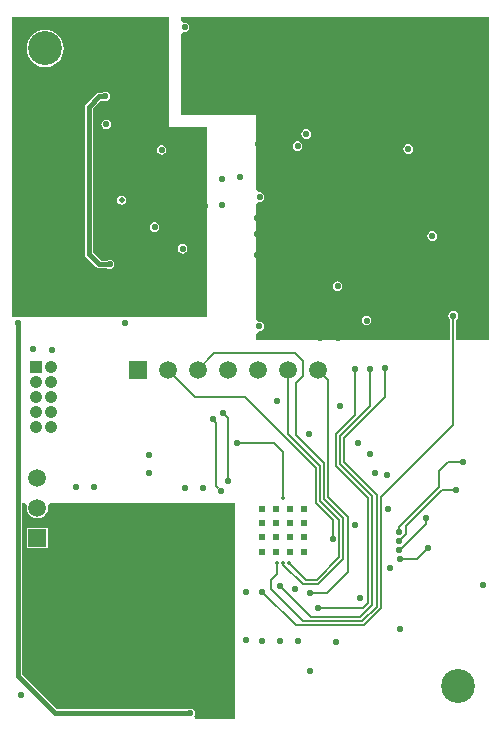
<source format=gbl>
G04 Layer_Physical_Order=4*
G04 Layer_Color=16711680*
%FSLAX25Y25*%
%MOIN*%
G70*
G01*
G75*
%ADD55C,0.00800*%
%ADD59C,0.01600*%
%ADD66C,0.05905*%
%ADD67R,0.05905X0.05905*%
%ADD68R,0.05905X0.05905*%
%ADD69C,0.04200*%
%ADD70R,0.04200X0.04200*%
%ADD71C,0.02200*%
%ADD72C,0.01400*%
%ADD73C,0.02400*%
%ADD74C,0.01968*%
%ADD75C,0.11300*%
G36*
X85000Y10500D02*
X71687D01*
X71430Y10907D01*
X71256Y11500D01*
X71507Y11876D01*
X71631Y12500D01*
X71507Y13124D01*
X71153Y13654D01*
X70624Y14007D01*
X70000Y14131D01*
X69376Y14007D01*
X69104Y13826D01*
X25549D01*
X13826Y25549D01*
Y82500D01*
X14915D01*
X15583Y81500D01*
X15518Y81000D01*
X15636Y80099D01*
X15984Y79259D01*
X16537Y78537D01*
X17259Y77984D01*
X18099Y77636D01*
X19000Y77517D01*
X19901Y77636D01*
X20741Y77984D01*
X21463Y78537D01*
X22016Y79259D01*
X22364Y80099D01*
X22482Y81000D01*
X22417Y81500D01*
X23085Y82500D01*
X85000D01*
Y10500D01*
D02*
G37*
G36*
X63000Y208000D02*
X75500D01*
Y144500D01*
X10500D01*
Y244500D01*
X63000D01*
Y208000D01*
D02*
G37*
G36*
X169500Y137000D02*
X158467D01*
Y143689D01*
X158703Y143846D01*
X159057Y144376D01*
X159181Y145000D01*
X159057Y145624D01*
X158703Y146153D01*
X158174Y146507D01*
X157550Y146631D01*
X156925Y146507D01*
X156396Y146153D01*
X156042Y145624D01*
X155918Y145000D01*
X156042Y144376D01*
X156396Y143846D01*
X156632Y143689D01*
Y137000D01*
X92000D01*
Y139133D01*
X93000Y139869D01*
X93624Y139993D01*
X94153Y140347D01*
X94507Y140876D01*
X94631Y141500D01*
X94507Y142124D01*
X94153Y142654D01*
X93624Y143007D01*
X93000Y143131D01*
X92000Y143867D01*
Y182316D01*
X93000Y183029D01*
X93050Y183019D01*
X93674Y183143D01*
X94204Y183496D01*
X94557Y184026D01*
X94681Y184650D01*
X94557Y185274D01*
X94204Y185803D01*
X93674Y186157D01*
X93050Y186281D01*
X93000Y186271D01*
X92000Y186984D01*
Y212000D01*
X67000D01*
Y238816D01*
X68000Y239529D01*
X68050Y239519D01*
X68674Y239643D01*
X69204Y239997D01*
X69557Y240526D01*
X69681Y241150D01*
X69557Y241774D01*
X69204Y242303D01*
X68674Y242657D01*
X68050Y242781D01*
X68000Y242771D01*
X67000Y243484D01*
Y244500D01*
X169500D01*
Y137000D01*
D02*
G37*
%LPC*%
G36*
X22453Y74453D02*
X15547D01*
Y67547D01*
X22453D01*
Y74453D01*
D02*
G37*
G36*
X67358Y169003D02*
X66733Y168879D01*
X66204Y168525D01*
X65850Y167996D01*
X65726Y167372D01*
X65850Y166747D01*
X66204Y166218D01*
X66733Y165865D01*
X67358Y165741D01*
X67982Y165865D01*
X68511Y166218D01*
X68865Y166747D01*
X68989Y167372D01*
X68865Y167996D01*
X68511Y168525D01*
X67982Y168879D01*
X67358Y169003D01*
D02*
G37*
G36*
X58050Y176281D02*
X57426Y176157D01*
X56897Y175803D01*
X56543Y175274D01*
X56419Y174650D01*
X56543Y174026D01*
X56897Y173496D01*
X57426Y173143D01*
X58050Y173019D01*
X58674Y173143D01*
X59203Y173496D01*
X59557Y174026D01*
X59681Y174650D01*
X59557Y175274D01*
X59203Y175803D01*
X58674Y176157D01*
X58050Y176281D01*
D02*
G37*
G36*
X41877Y210455D02*
X41252Y210330D01*
X40723Y209977D01*
X40370Y209448D01*
X40245Y208823D01*
X40370Y208199D01*
X40723Y207670D01*
X41252Y207316D01*
X41877Y207192D01*
X42501Y207316D01*
X43030Y207670D01*
X43384Y208199D01*
X43508Y208823D01*
X43384Y209448D01*
X43030Y209977D01*
X42501Y210330D01*
X41877Y210455D01*
D02*
G37*
G36*
X21550Y240330D02*
X20344Y240211D01*
X19185Y239859D01*
X18117Y239288D01*
X17180Y238520D01*
X16412Y237583D01*
X15841Y236515D01*
X15489Y235356D01*
X15370Y234150D01*
X15489Y232944D01*
X15841Y231785D01*
X16412Y230717D01*
X17180Y229780D01*
X18117Y229012D01*
X19185Y228441D01*
X20344Y228089D01*
X21550Y227970D01*
X22756Y228089D01*
X23915Y228441D01*
X24983Y229012D01*
X25920Y229780D01*
X26688Y230717D01*
X27259Y231785D01*
X27611Y232944D01*
X27730Y234150D01*
X27611Y235356D01*
X27259Y236515D01*
X26688Y237583D01*
X25920Y238520D01*
X24983Y239288D01*
X23915Y239859D01*
X22756Y240211D01*
X21550Y240330D01*
D02*
G37*
G36*
X41550Y219781D02*
X40926Y219657D01*
X40654Y219476D01*
X39550D01*
X39043Y219375D01*
X38613Y219087D01*
X35113Y215587D01*
X34825Y215157D01*
X34725Y214650D01*
Y165650D01*
X34825Y165143D01*
X35113Y164713D01*
X38613Y161213D01*
X39043Y160925D01*
X39550Y160825D01*
X42154D01*
X42426Y160643D01*
X43050Y160519D01*
X43674Y160643D01*
X44203Y160996D01*
X44557Y161526D01*
X44681Y162150D01*
X44557Y162774D01*
X44203Y163303D01*
X43674Y163657D01*
X43050Y163781D01*
X42426Y163657D01*
X42154Y163476D01*
X40099D01*
X37376Y166199D01*
Y214101D01*
X40099Y216825D01*
X40654D01*
X40926Y216643D01*
X41550Y216519D01*
X42174Y216643D01*
X42704Y216997D01*
X43057Y217526D01*
X43181Y218150D01*
X43057Y218774D01*
X42704Y219303D01*
X42174Y219657D01*
X41550Y219781D01*
D02*
G37*
G36*
X60377Y201955D02*
X59753Y201830D01*
X59223Y201477D01*
X58870Y200947D01*
X58745Y200323D01*
X58870Y199699D01*
X59223Y199170D01*
X59753Y198816D01*
X60377Y198692D01*
X61001Y198816D01*
X61530Y199170D01*
X61884Y199699D01*
X62008Y200323D01*
X61884Y200947D01*
X61530Y201477D01*
X61001Y201830D01*
X60377Y201955D01*
D02*
G37*
G36*
X47050Y185061D02*
X46471Y184946D01*
X45980Y184618D01*
X45652Y184127D01*
X45537Y183548D01*
X45652Y182968D01*
X45980Y182477D01*
X46471Y182150D01*
X47050Y182034D01*
X47629Y182150D01*
X48120Y182477D01*
X48448Y182968D01*
X48563Y183548D01*
X48448Y184127D01*
X48120Y184618D01*
X47629Y184946D01*
X47050Y185061D01*
D02*
G37*
G36*
X150550Y173281D02*
X149926Y173157D01*
X149397Y172803D01*
X149043Y172274D01*
X148919Y171650D01*
X149043Y171026D01*
X149397Y170496D01*
X149926Y170143D01*
X150550Y170019D01*
X151174Y170143D01*
X151704Y170496D01*
X152057Y171026D01*
X152181Y171650D01*
X152057Y172274D01*
X151704Y172803D01*
X151174Y173157D01*
X150550Y173281D01*
D02*
G37*
G36*
X128697Y145081D02*
X128073Y144957D01*
X127544Y144603D01*
X127190Y144074D01*
X127066Y143450D01*
X127190Y142825D01*
X127544Y142296D01*
X128073Y141942D01*
X128697Y141818D01*
X129322Y141942D01*
X129851Y142296D01*
X130204Y142825D01*
X130329Y143450D01*
X130204Y144074D01*
X129851Y144603D01*
X129322Y144957D01*
X128697Y145081D01*
D02*
G37*
G36*
X119050Y156581D02*
X118426Y156457D01*
X117896Y156104D01*
X117543Y155574D01*
X117419Y154950D01*
X117543Y154326D01*
X117896Y153797D01*
X118426Y153443D01*
X119050Y153319D01*
X119674Y153443D01*
X120203Y153797D01*
X120557Y154326D01*
X120681Y154950D01*
X120557Y155574D01*
X120203Y156104D01*
X119674Y156457D01*
X119050Y156581D01*
D02*
G37*
G36*
X108550Y207281D02*
X107926Y207157D01*
X107396Y206803D01*
X107043Y206274D01*
X106919Y205650D01*
X107043Y205026D01*
X107396Y204497D01*
X107926Y204143D01*
X108550Y204019D01*
X109174Y204143D01*
X109704Y204497D01*
X110057Y205026D01*
X110181Y205650D01*
X110057Y206274D01*
X109704Y206803D01*
X109174Y207157D01*
X108550Y207281D01*
D02*
G37*
G36*
X105700Y203281D02*
X105075Y203157D01*
X104546Y202803D01*
X104192Y202274D01*
X104068Y201650D01*
X104192Y201026D01*
X104546Y200497D01*
X105075Y200143D01*
X105700Y200019D01*
X106324Y200143D01*
X106853Y200497D01*
X107207Y201026D01*
X107331Y201650D01*
X107207Y202274D01*
X106853Y202803D01*
X106324Y203157D01*
X105700Y203281D01*
D02*
G37*
G36*
X142550Y202281D02*
X141926Y202157D01*
X141396Y201803D01*
X141043Y201274D01*
X140919Y200650D01*
X141043Y200026D01*
X141396Y199496D01*
X141926Y199143D01*
X142550Y199019D01*
X143174Y199143D01*
X143703Y199496D01*
X144057Y200026D01*
X144181Y200650D01*
X144057Y201274D01*
X143703Y201803D01*
X143174Y202157D01*
X142550Y202281D01*
D02*
G37*
%LPD*%
D55*
X100877Y62123D02*
Y62697D01*
X98908Y58908D02*
Y62697D01*
X100877Y84351D02*
Y99500D01*
X113200Y83340D02*
X119600Y76940D01*
X113200Y83340D02*
Y94950D01*
X111800Y82760D02*
Y94370D01*
Y82760D02*
X117500Y77060D01*
X114600Y83920D02*
X121000Y77520D01*
X114600Y83920D02*
Y95887D01*
X116000Y84500D02*
Y123500D01*
Y84500D02*
X122400Y78100D01*
X121000Y63970D02*
Y77520D01*
X122400Y59507D02*
Y78100D01*
X119600Y64550D02*
Y76940D01*
X102845Y62697D02*
X108543Y57000D01*
X23500Y123000D02*
X24500D01*
X145500Y64000D02*
X149201Y67701D01*
X139723Y64000D02*
X145500D01*
X139611Y67000D02*
X139723D01*
X139723Y67000D01*
X148500Y75778D02*
Y77500D01*
X139723Y67000D02*
X148500Y75778D01*
X142000Y75020D02*
X153980Y87000D01*
X142000Y72389D02*
Y75020D01*
X139611Y70000D02*
X142000Y72389D01*
X139500Y73000D02*
Y74500D01*
X152900Y87900D01*
X153980Y87000D02*
X158500D01*
X152900Y87900D02*
Y93400D01*
X155950Y96450D02*
X161000D01*
X152900Y93400D02*
X155950Y96450D01*
X78550Y88150D02*
X79177Y87523D01*
X78550Y88150D02*
Y109352D01*
X81000Y112500D02*
X82377Y111123D01*
Y90000D02*
Y111123D01*
X77402Y110500D02*
X78550Y109352D01*
X85500Y102500D02*
X97877D01*
X100877Y99500D01*
X124924Y111924D02*
Y127453D01*
X112500Y127000D02*
X116000Y123500D01*
X110000Y52601D02*
X115494D01*
X157550Y108700D02*
Y145000D01*
X94000Y53000D02*
X105150Y41850D01*
X97000Y53845D02*
X107595Y43250D01*
X112500Y47627D02*
X127623D01*
X129222Y49226D01*
X110350Y44650D02*
X126626D01*
X130622Y48646D01*
X127786Y41850D02*
X133422Y47487D01*
X105150Y41850D02*
X127786D01*
X107595Y43250D02*
X127206D01*
X132022Y48067D01*
X133422Y84572D02*
X157550Y108700D01*
X133422Y47487D02*
Y84572D01*
X135000Y118040D02*
Y127500D01*
X130000Y115020D02*
Y127453D01*
X118500Y105500D02*
X124924Y111924D01*
X119900Y104920D02*
X130000Y115020D01*
X121300Y104340D02*
X135000Y118040D01*
X108543Y57000D02*
X112050D01*
X102500Y105650D02*
Y127000D01*
X100000Y55000D02*
X110350Y44650D01*
X100877Y62123D02*
X107400Y55600D01*
X112630D01*
X105150Y105337D02*
Y122555D01*
X107595Y125000D01*
Y129905D01*
X105000Y132500D02*
X107595Y129905D01*
X78000Y132500D02*
X105000D01*
X72500Y127000D02*
X78000Y132500D01*
X132022Y48067D02*
Y85457D01*
X130622Y48646D02*
Y84878D01*
X129222Y49226D02*
Y84298D01*
X121300Y96180D02*
Y104340D01*
Y96180D02*
X132022Y85457D01*
X119900Y95600D02*
X130622Y84878D01*
X119900Y95600D02*
Y104920D01*
X118500Y95020D02*
Y105500D01*
Y95020D02*
X129222Y84298D01*
X105150Y105337D02*
X114600Y95887D01*
X102500Y105650D02*
X113200Y94950D01*
X112050Y57000D02*
X119600Y64550D01*
X112630Y55600D02*
X121000Y63970D01*
X115494Y52601D02*
X122400Y59507D01*
X97000Y53845D02*
Y57000D01*
X98908Y58908D01*
X117500Y70571D02*
Y77060D01*
X88130Y118040D02*
X111800Y94370D01*
X71460Y118040D02*
X88130D01*
X62500Y127000D02*
X71460Y118040D01*
D59*
X36050Y214650D02*
X39550Y218150D01*
X36050Y165650D02*
Y214650D01*
Y165650D02*
X39550Y162150D01*
Y218150D02*
X41550D01*
X39550Y162150D02*
X43050D01*
X12500Y25000D02*
Y142500D01*
Y25000D02*
X25000Y12500D01*
X70000D01*
D66*
X19000Y91000D02*
D03*
Y81000D02*
D03*
X112500Y127000D02*
D03*
X102500D02*
D03*
X92500D02*
D03*
X82500D02*
D03*
X62500D02*
D03*
X72500D02*
D03*
D67*
X19000Y71000D02*
D03*
D68*
X52500Y127000D02*
D03*
D69*
X23500Y123000D02*
D03*
Y118000D02*
D03*
X23500Y113000D02*
D03*
X23500Y108000D02*
D03*
X18500Y123000D02*
D03*
X18500Y118000D02*
D03*
Y113000D02*
D03*
X18500Y108000D02*
D03*
X23500Y128000D02*
D03*
D70*
X18500Y128000D02*
D03*
D71*
X18919Y41823D02*
D03*
X17742Y37791D02*
D03*
X18133Y33610D02*
D03*
X17235Y29507D02*
D03*
Y25307D02*
D03*
X30934Y35737D02*
D03*
X30804Y39935D02*
D03*
X167300Y236150D02*
D03*
X163550Y228650D02*
D03*
X167300Y191150D02*
D03*
Y176150D02*
D03*
X163550Y168650D02*
D03*
X167300Y161150D02*
D03*
X163550Y153650D02*
D03*
X159800Y236150D02*
D03*
X156050Y228650D02*
D03*
Y168650D02*
D03*
X159800Y161150D02*
D03*
X152300Y236150D02*
D03*
X148550Y228650D02*
D03*
X152300Y221150D02*
D03*
X148550Y213650D02*
D03*
Y168650D02*
D03*
Y138650D02*
D03*
X141050Y228650D02*
D03*
X144800Y221150D02*
D03*
X141050Y213650D02*
D03*
X137300Y191150D02*
D03*
X133550Y138650D02*
D03*
X126050Y228650D02*
D03*
X122300Y236150D02*
D03*
X118550Y228650D02*
D03*
X114800Y236150D02*
D03*
X111050Y228650D02*
D03*
X114800Y221150D02*
D03*
Y191150D02*
D03*
X107300Y236150D02*
D03*
X103550Y228650D02*
D03*
Y213650D02*
D03*
Y138650D02*
D03*
X99800Y236150D02*
D03*
Y221150D02*
D03*
X96050Y213650D02*
D03*
X99800Y206150D02*
D03*
X96050Y138650D02*
D03*
X92300Y221150D02*
D03*
X84800Y236150D02*
D03*
X77300D02*
D03*
X73550Y213650D02*
D03*
Y198650D02*
D03*
X69800Y221150D02*
D03*
Y206150D02*
D03*
Y191150D02*
D03*
Y176150D02*
D03*
Y161150D02*
D03*
X66050Y63650D02*
D03*
Y18650D02*
D03*
X58550Y213650D02*
D03*
X62300Y206150D02*
D03*
X58550Y168650D02*
D03*
X62300Y161150D02*
D03*
Y56150D02*
D03*
X58550Y33650D02*
D03*
Y18650D02*
D03*
X51050Y228650D02*
D03*
X54800Y221150D02*
D03*
X51050Y213650D02*
D03*
X54800Y191150D02*
D03*
Y176150D02*
D03*
X51050Y153650D02*
D03*
Y63650D02*
D03*
X54800Y56150D02*
D03*
X51050Y48650D02*
D03*
X54800Y41150D02*
D03*
X51050Y33650D02*
D03*
X54800Y26150D02*
D03*
X51050Y18650D02*
D03*
X47300Y221150D02*
D03*
X43550Y213650D02*
D03*
Y168650D02*
D03*
Y153650D02*
D03*
Y63650D02*
D03*
X47300Y56150D02*
D03*
X43550Y48650D02*
D03*
X47300Y41150D02*
D03*
X43550Y33650D02*
D03*
X47300Y26150D02*
D03*
X43550Y18650D02*
D03*
X39800Y221150D02*
D03*
Y176150D02*
D03*
X36050Y153650D02*
D03*
Y78650D02*
D03*
X39800Y56150D02*
D03*
X36050Y48650D02*
D03*
X39800Y41150D02*
D03*
X36050Y33650D02*
D03*
X39800Y26150D02*
D03*
X32300Y221150D02*
D03*
X28550Y198650D02*
D03*
X32300Y161150D02*
D03*
X28550Y153650D02*
D03*
Y33650D02*
D03*
X24800Y221150D02*
D03*
X21050Y213650D02*
D03*
X24800Y206150D02*
D03*
X21050Y198650D02*
D03*
Y168650D02*
D03*
X24800Y161150D02*
D03*
X21050Y153650D02*
D03*
X24800Y71150D02*
D03*
X21050Y63650D02*
D03*
Y33650D02*
D03*
X13550Y228650D02*
D03*
X17300Y221150D02*
D03*
X13550Y213650D02*
D03*
X17300Y206150D02*
D03*
X13550Y198650D02*
D03*
X17300Y176150D02*
D03*
Y161150D02*
D03*
X13550Y18650D02*
D03*
X125946Y232400D02*
D03*
X122217Y230468D02*
D03*
X123092Y219453D02*
D03*
X127287Y219243D02*
D03*
X135627Y220240D02*
D03*
X137933Y223750D02*
D03*
X137920Y227950D02*
D03*
X138154Y232143D02*
D03*
X52551Y77097D02*
D03*
X48351D02*
D03*
X44151D02*
D03*
X39951D02*
D03*
X36040Y75568D02*
D03*
X33070Y72598D02*
D03*
X30100Y69628D02*
D03*
X27130Y66658D02*
D03*
X24160Y63688D02*
D03*
X21190Y60718D02*
D03*
X19430Y56905D02*
D03*
X30934Y43258D02*
D03*
X30524Y47438D02*
D03*
X30533Y51638D02*
D03*
X30152Y55820D02*
D03*
X33121Y58790D02*
D03*
X36091Y61760D02*
D03*
X39061Y64730D02*
D03*
X42385Y67297D02*
D03*
X46585D02*
D03*
X50785D02*
D03*
X54966Y66902D02*
D03*
X59067Y65995D02*
D03*
X63258Y65724D02*
D03*
X71284Y67315D02*
D03*
X88377Y53000D02*
D03*
X120050Y238150D02*
D03*
X125877Y102524D02*
D03*
X88377Y37024D02*
D03*
X124924Y75477D02*
D03*
X120000Y115000D02*
D03*
X139723Y64000D02*
D03*
X139611Y67000D02*
D03*
X149201Y67701D02*
D03*
X148500Y77500D02*
D03*
X139500Y73000D02*
D03*
X139611Y70000D02*
D03*
X136000Y80500D02*
D03*
X158500Y87000D02*
D03*
X161000Y96450D02*
D03*
X168550Y194650D02*
D03*
X80050Y86650D02*
D03*
X17500Y134000D02*
D03*
X18000Y151500D02*
D03*
X37950Y87850D02*
D03*
X41550Y218150D02*
D03*
X43050Y162150D02*
D03*
X72050Y157650D02*
D03*
X66050D02*
D03*
X60050D02*
D03*
X48050Y142650D02*
D03*
X109550Y105650D02*
D03*
X119050Y137650D02*
D03*
X140697Y138950D02*
D03*
X86550Y191150D02*
D03*
X92550Y202150D02*
D03*
X80404Y181832D02*
D03*
X74964Y181685D02*
D03*
X104550Y218150D02*
D03*
X149697Y148450D02*
D03*
X145197Y143950D02*
D03*
X145050Y238150D02*
D03*
X161050Y219650D02*
D03*
X136500Y61000D02*
D03*
X108800Y221400D02*
D03*
X92050Y172150D02*
D03*
X26550Y169548D02*
D03*
X95550Y227650D02*
D03*
X72550Y228150D02*
D03*
X49050Y234150D02*
D03*
X99000Y116500D02*
D03*
X21550Y181650D02*
D03*
X54050Y163150D02*
D03*
X33550Y163650D02*
D03*
X58050Y190650D02*
D03*
X129877Y99024D02*
D03*
X93050Y196650D02*
D03*
Y191150D02*
D03*
X60377Y200323D02*
D03*
X58050Y174650D02*
D03*
X80550Y190650D02*
D03*
X53550Y173150D02*
D03*
X93050Y208150D02*
D03*
X161050Y200650D02*
D03*
X161550Y195150D02*
D03*
X161050Y177650D02*
D03*
X161550Y189150D02*
D03*
X25576Y209624D02*
D03*
X41877Y208823D02*
D03*
X29550Y213650D02*
D03*
X84050Y225650D02*
D03*
X113550Y225150D02*
D03*
X68050Y241150D02*
D03*
X92050Y177650D02*
D03*
X93050Y184650D02*
D03*
X128697Y143450D02*
D03*
X150550Y171650D02*
D03*
X142550Y200650D02*
D03*
X161550Y183650D02*
D03*
X108550Y205650D02*
D03*
X105700Y201650D02*
D03*
X113050Y137650D02*
D03*
X67358Y167372D02*
D03*
X126377Y50941D02*
D03*
X167550Y55150D02*
D03*
X68050Y87650D02*
D03*
X56050Y92650D02*
D03*
X74050Y87650D02*
D03*
X31950Y87850D02*
D03*
X56050Y98650D02*
D03*
X83050Y33650D02*
D03*
X92050Y165150D02*
D03*
X24000Y133500D02*
D03*
X110000Y26500D02*
D03*
X62500Y176000D02*
D03*
X93000Y141500D02*
D03*
X99000D02*
D03*
X22000Y187500D02*
D03*
X12500Y142500D02*
D03*
X70000Y12500D02*
D03*
X82377Y90000D02*
D03*
X81000Y112500D02*
D03*
X140000Y40500D02*
D03*
X93877Y36524D02*
D03*
X105877D02*
D03*
X118377Y36174D02*
D03*
X99877Y36524D02*
D03*
X119050Y154950D02*
D03*
X165550Y149000D02*
D03*
X157550Y145000D02*
D03*
X77402Y110500D02*
D03*
X85500Y102500D02*
D03*
X94000Y53000D02*
D03*
X110000Y52601D02*
D03*
X112500Y47627D02*
D03*
X124924Y127453D02*
D03*
X130000D02*
D03*
X105000Y54000D02*
D03*
X135500Y92000D02*
D03*
X131353Y92500D02*
D03*
X135000Y127500D02*
D03*
X117500Y70571D02*
D03*
X100000Y55000D02*
D03*
X71500Y43500D02*
D03*
D72*
X100877Y62697D02*
D03*
X98908D02*
D03*
X100877Y84351D02*
D03*
X102845Y62697D02*
D03*
D73*
X98515Y71162D02*
D03*
X107963D02*
D03*
X93790D02*
D03*
X98515Y80611D02*
D03*
X107963D02*
D03*
X98515Y75886D02*
D03*
X107963D02*
D03*
X98515Y66437D02*
D03*
X107963D02*
D03*
X93790Y80611D02*
D03*
Y75886D02*
D03*
Y66437D02*
D03*
X103239Y75886D02*
D03*
Y66437D02*
D03*
Y80611D02*
D03*
Y71162D02*
D03*
D74*
X47050Y183548D02*
D03*
X122719Y177319D02*
D03*
Y181650D02*
D03*
Y185981D02*
D03*
X127050Y177319D02*
D03*
Y181650D02*
D03*
Y185981D02*
D03*
X131381Y177319D02*
D03*
Y181650D02*
D03*
Y185981D02*
D03*
D75*
X159050Y21650D02*
D03*
X21550Y234150D02*
D03*
M02*

</source>
